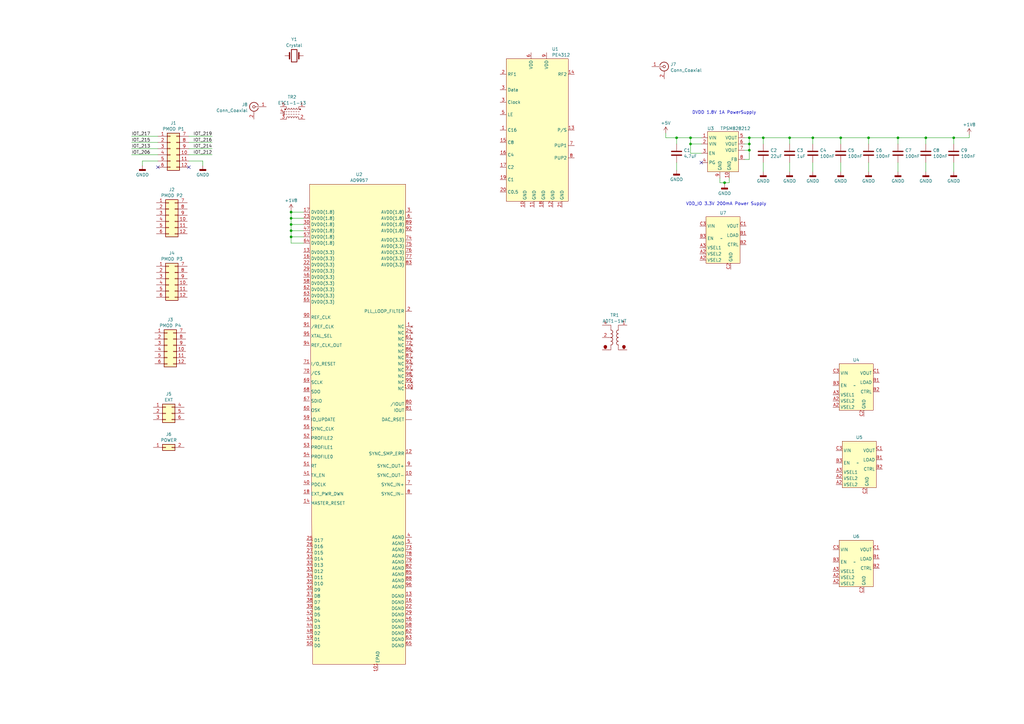
<source format=kicad_sch>
(kicad_sch (version 20230121) (generator eeschema)
  (paper "A3")
  (lib_symbols
    (symbol "Connector:Conn_Coaxial" (pin_names (offset 1.016) hide)
      (property "Reference" "J" (at 0.254 3.048 0))
      (property "Value" "Conn_Coaxial" (at 2.921 0 90))
      (symbol "Conn_Coaxial_0_1"
        (arc (start -1.778 -0.508) (mid 0.2311 -1.8066) (end 1.778 0) (stroke (width 0.254)))
        (polyline (pts (xy -2.54 0) (xy -0.508 0)))
        (polyline (pts (xy 0 -2.54) (xy 0 -1.778)))
        (circle (center 0 0) (radius 0.508) (stroke (width 0.2032)))
        (arc (start 1.778 0) (mid 0.2099 1.8101) (end -1.778 0.508) (stroke (width 0.254)))
      )
      (symbol "Conn_Coaxial_1_1"
        (pin passive line (at -5.08 0 0) (length 2.54) (name "In") (number "1"))
        (pin passive line (at 0 -5.08 90) (length 2.54) (name "Ext") (number "2"))
      )
    )
    (symbol "Connector_Generic:Conn_02x01" (pin_names (offset 1.016) hide)
      (property "Reference" "J" (at 1.27 2.54 0))
      (property "Value" "Conn_02x01" (at 1.27 -2.54 0))
      (symbol "Conn_02x01_1_1"
        (rectangle (start -1.27 0.127) (end 0 -0.127) (stroke (width 0.1524)))
        (rectangle (start -1.27 1.27) (end 3.81 -1.27) (stroke (width 0.254)) (fill (type background)))
        (rectangle (start 3.81 0.127) (end 2.54 -0.127) (stroke (width 0.1524)))
        (pin passive line (at -5.08 0 0) (length 3.81) (name "Pin_1") (number "1"))
        (pin passive line (at 7.62 0 180) (length 3.81) (name "Pin_2") (number "2"))
      )
    )
    (symbol "Connector_Generic:Conn_02x03_Top_Bottom" (pin_names (offset 1.016) hide)
      (property "Reference" "J" (at 1.27 5.08 0))
      (property "Value" "Conn_02x03_Top_Bottom" (at 1.27 -5.08 0))
      (symbol "Conn_02x03_Top_Bottom_1_1"
        (rectangle (start -1.27 -2.413) (end 0 -2.667) (stroke (width 0.1524)))
        (rectangle (start -1.27 0.127) (end 0 -0.127) (stroke (width 0.1524)))
        (rectangle (start -1.27 2.667) (end 0 2.413) (stroke (width 0.1524)))
        (rectangle (start -1.27 3.81) (end 3.81 -3.81) (stroke (width 0.254)) (fill (type background)))
        (rectangle (start 3.81 -2.413) (end 2.54 -2.667) (stroke (width 0.1524)))
        (rectangle (start 3.81 0.127) (end 2.54 -0.127) (stroke (width 0.1524)))
        (rectangle (start 3.81 2.667) (end 2.54 2.413) (stroke (width 0.1524)))
        (pin passive line (at -5.08 2.54 0) (length 3.81) (name "Pin_1") (number "1"))
        (pin passive line (at -5.08 0 0) (length 3.81) (name "Pin_2") (number "2"))
        (pin passive line (at -5.08 -2.54 0) (length 3.81) (name "Pin_3") (number "3"))
        (pin passive line (at 7.62 2.54 180) (length 3.81) (name "Pin_4") (number "4"))
        (pin passive line (at 7.62 0 180) (length 3.81) (name "Pin_5") (number "5"))
        (pin passive line (at 7.62 -2.54 180) (length 3.81) (name "Pin_6") (number "6"))
      )
    )
    (symbol "Connector_Generic:Conn_02x06_Top_Bottom" (pin_names (offset 1.016) hide)
      (property "Reference" "J" (at 1.27 7.62 0))
      (property "Value" "Conn_02x06_Top_Bottom" (at 1.27 -10.16 0))
      (symbol "Conn_02x06_Top_Bottom_1_1"
        (rectangle (start -1.27 -7.493) (end 0 -7.747) (stroke (width 0.1524)))
        (rectangle (start -1.27 -4.953) (end 0 -5.207) (stroke (width 0.1524)))
        (rectangle (start -1.27 -2.413) (end 0 -2.667) (stroke (width 0.1524)))
        (rectangle (start -1.27 0.127) (end 0 -0.127) (stroke (width 0.1524)))
        (rectangle (start -1.27 2.667) (end 0 2.413) (stroke (width 0.1524)))
        (rectangle (start -1.27 5.207) (end 0 4.953) (stroke (width 0.1524)))
        (rectangle (start -1.27 6.35) (end 3.81 -8.89) (stroke (width 0.254)) (fill (type background)))
        (rectangle (start 3.81 -7.493) (end 2.54 -7.747) (stroke (width 0.1524)))
        (rectangle (start 3.81 -4.953) (end 2.54 -5.207) (stroke (width 0.1524)))
        (rectangle (start 3.81 -2.413) (end 2.54 -2.667) (stroke (width 0.1524)))
        (rectangle (start 3.81 0.127) (end 2.54 -0.127) (stroke (width 0.1524)))
        (rectangle (start 3.81 2.667) (end 2.54 2.413) (stroke (width 0.1524)))
        (rectangle (start 3.81 5.207) (end 2.54 4.953) (stroke (width 0.1524)))
        (pin passive line (at -5.08 5.08 0) (length 3.81) (name "Pin_1") (number "1"))
        (pin passive line (at 7.62 -2.54 180) (length 3.81) (name "Pin_10") (number "10"))
        (pin passive line (at 7.62 -5.08 180) (length 3.81) (name "Pin_11") (number "11"))
        (pin passive line (at 7.62 -7.62 180) (length 3.81) (name "Pin_12") (number "12"))
        (pin passive line (at -5.08 2.54 0) (length 3.81) (name "Pin_2") (number "2"))
        (pin passive line (at -5.08 0 0) (length 3.81) (name "Pin_3") (number "3"))
        (pin passive line (at -5.08 -2.54 0) (length 3.81) (name "Pin_4") (number "4"))
        (pin passive line (at -5.08 -5.08 0) (length 3.81) (name "Pin_5") (number "5"))
        (pin passive line (at -5.08 -7.62 0) (length 3.81) (name "Pin_6") (number "6"))
        (pin passive line (at 7.62 5.08 180) (length 3.81) (name "Pin_7") (number "7"))
        (pin passive line (at 7.62 2.54 180) (length 3.81) (name "Pin_8") (number "8"))
        (pin passive line (at 7.62 0 180) (length 3.81) (name "Pin_9") (number "9"))
      )
    )
    (symbol "Device:C" (pin_numbers hide) (pin_names (offset 0.254))
      (property "Reference" "C" (at 0.635 2.54 0))
      (property "Value" "C" (at 0.635 -2.54 0))
      (symbol "C_0_1"
        (polyline (pts (xy -2.032 -0.762) (xy 2.032 -0.762)) (stroke (width 0.508)))
        (polyline (pts (xy -2.032 0.762) (xy 2.032 0.762)) (stroke (width 0.508)))
      )
      (symbol "C_1_1"
        (pin passive line (at 0 3.81 270) (length 2.794) (name "~") (number "1"))
        (pin passive line (at 0 -3.81 90) (length 2.794) (name "~") (number "2"))
      )
    )
    (symbol "Device:Crystal" (pin_numbers hide) (pin_names (offset 1.016) hide)
      (property "Reference" "Y" (at 0 3.81 0))
      (property "Value" "Crystal" (at 0 -3.81 0))
      (symbol "Crystal_0_1"
        (rectangle (start -1.143 2.54) (end 1.143 -2.54) (stroke (width 0.3048)))
        (polyline (pts (xy -2.54 0) (xy -1.905 0)))
        (polyline (pts (xy -1.905 -1.27) (xy -1.905 1.27)) (stroke (width 0.508)))
        (polyline (pts (xy 1.905 -1.27) (xy 1.905 1.27)) (stroke (width 0.508)))
        (polyline (pts (xy 2.54 0) (xy 1.905 0)))
      )
      (symbol "Crystal_1_1"
        (pin passive line (at -3.81 0 0) (length 1.27) (name "1") (number "1"))
        (pin passive line (at 3.81 0 180) (length 1.27) (name "2") (number "2"))
      )
    )
    (symbol "Pi_Tx:AD9957"
      (property "Reference" "U" (at -20.32 101.6 0))
      (property "Value" "AD9957" (at -2.54 -3.81 0))
      (symbol "AD9957_1_1"
        (polyline (pts (xy -22.86 99.06) (xy -21.59 -97.79) (xy 16.51 -97.79) (xy 16.51 99.06) (xy -22.86 99.06)) (fill (type background)))
        (pin input line (at 19.05 2.54 180) (length 2.54) (name "DAC_RSET") (number ""))
        (pin no_connect line (at 19.05 40.64 180) (length 2.54) (name "NC") (number "1"))
        (pin output line (at 19.05 -20.32 180) (length 2.54) (name "SYNC_OUT-") (number "10"))
        (pin no_connect line (at 19.05 15.24 180) (length 2.54) (name "NC") (number "100"))
        (pin input line (at 5.08 -100.33 90) (length 2.54) (name "EPAD") (number "101"))
        (pin output line (at 19.05 -11.43 180) (length 2.54) (name "SYNC_SMP_ERR") (number "12"))
        (pin power_in line (at 19.05 -69.85 180) (length 2.54) (name "DGND") (number "13"))
        (pin power_in line (at -25.4 71.12 0) (length 2.54) (name "DVDD(3.3)") (number "13"))
        (pin input line (at -25.4 -31.75 0) (length 2.54) (name "MASTER_RESET") (number "14"))
        (pin power_in line (at 19.05 -72.39 180) (length 2.54) (name "DGND") (number "16"))
        (pin power_in line (at -25.4 68.58 0) (length 2.54) (name "DVDD(3.3)") (number "16"))
        (pin power_in line (at -25.4 87.63 0) (length 2.54) (name "DVDD(1.8)") (number "17"))
        (pin input line (at -25.4 -27.94 0) (length 2.54) (name "EXT_PWR_DWN") (number "18"))
        (pin passive line (at 19.05 46.99 180) (length 2.54) (name "PLL_LOOP_FILTER") (number "2"))
        (pin power_in line (at 19.05 -74.93 180) (length 2.54) (name "DGND") (number "22"))
        (pin power_in line (at -25.4 66.04 0) (length 2.54) (name "DVDD(3.3)") (number "22"))
        (pin power_in line (at -25.4 85.09 0) (length 2.54) (name "DVDD(1.8)") (number "23"))
        (pin no_connect line (at 19.05 38.1 180) (length 2.54) (name "NC") (number "24"))
        (pin input line (at -24.13 -46.99 0) (length 2.54) (name "D17") (number "25"))
        (pin input line (at -24.13 -49.53 0) (length 2.54) (name "D16") (number "26"))
        (pin input line (at -24.13 -52.07 0) (length 2.54) (name "D15") (number "27"))
        (pin power_in line (at 19.05 -77.47 180) (length 2.54) (name "DGND") (number "29"))
        (pin power_in line (at -25.4 63.5 0) (length 2.54) (name "DVDD(3.3)") (number "29"))
        (pin power_in line (at 19.05 87.63 180) (length 2.54) (name "AVDD(1.8)") (number "3"))
        (pin power_in line (at -25.4 82.55 0) (length 2.54) (name "DVDD(1.8)") (number "30"))
        (pin input line (at -24.13 -54.61 0) (length 2.54) (name "D14") (number "31"))
        (pin input line (at -24.13 -57.15 0) (length 2.54) (name "D13") (number "32"))
        (pin input line (at -24.13 -59.69 0) (length 2.54) (name "D12") (number "33"))
        (pin input line (at -24.13 -62.23 0) (length 2.54) (name "D11") (number "34"))
        (pin input line (at -24.13 -64.77 0) (length 2.54) (name "D10") (number "35"))
        (pin input line (at -24.13 -67.31 0) (length 2.54) (name "D9") (number "36"))
        (pin input line (at -24.13 -69.85 0) (length 2.54) (name "D8") (number "37"))
        (pin input line (at -24.13 -72.39 0) (length 2.54) (name "D7") (number "38"))
        (pin input line (at -24.13 -74.93 0) (length 2.54) (name "D6") (number "39"))
        (pin power_in line (at 19.05 -45.72 180) (length 2.54) (name "AGND") (number "4"))
        (pin output line (at -25.4 -24.13 0) (length 2.54) (name "PDCLK") (number "40"))
        (pin input line (at -25.4 -20.32 0) (length 2.54) (name "TX_EN") (number "41"))
        (pin input line (at -24.13 -77.47 0) (length 2.54) (name "D5") (number "42"))
        (pin input line (at -24.13 -80.01 0) (length 2.54) (name "D4") (number "43"))
        (pin input line (at -24.13 -82.55 0) (length 2.54) (name "D3") (number "44"))
        (pin power_in line (at 19.05 -80.01 180) (length 2.54) (name "DGND") (number "46"))
        (pin power_in line (at -25.4 60.96 0) (length 2.54) (name "DVDD(3.3)") (number "46"))
        (pin power_in line (at -25.4 80.01 0) (length 2.54) (name "DVDD(1.8)") (number "47"))
        (pin input line (at -24.13 -85.09 0) (length 2.54) (name "D2") (number "48"))
        (pin input line (at -24.13 -87.63 0) (length 2.54) (name "D1") (number "49"))
        (pin power_in line (at 19.05 -48.26 180) (length 2.54) (name "AGND") (number "5"))
        (pin input line (at -24.13 -90.17 0) (length 2.54) (name "D0") (number "50"))
        (pin input line (at -25.4 -16.51 0) (length 2.54) (name "RT") (number "51"))
        (pin input line (at -25.4 -5.08 0) (length 2.54) (name "PROFILE2") (number "52"))
        (pin input line (at -25.4 -8.89 0) (length 2.54) (name "PROFILE1") (number "53"))
        (pin input line (at -25.4 -12.7 0) (length 2.54) (name "PROFILE0") (number "54"))
        (pin bidirectional line (at -25.4 -1.27 0) (length 2.54) (name "SYNC_CLK") (number "55"))
        (pin power_in line (at -25.4 77.47 0) (length 2.54) (name "DVDD(1.8)") (number "57"))
        (pin power_in line (at 19.05 -82.55 180) (length 2.54) (name "DGND") (number "58"))
        (pin power_in line (at -25.4 58.42 0) (length 2.54) (name "DVDD(3.3)") (number "58"))
        (pin bidirectional line (at -25.4 2.54 0) (length 2.54) (name "IO_UPDATE") (number "59"))
        (pin power_in line (at 19.05 85.09 180) (length 2.54) (name "AVDD(1.8)") (number "6"))
        (pin input line (at -25.4 6.35 0) (length 2.54) (name "OSK") (number "60"))
        (pin no_connect line (at 19.05 35.56 180) (length 2.54) (name "NC") (number "61"))
        (pin power_in line (at 19.05 -85.09 180) (length 2.54) (name "DGND") (number "62"))
        (pin power_in line (at -25.4 55.88 0) (length 2.54) (name "DVDD(3.3)") (number "62"))
        (pin power_in line (at 19.05 -87.63 180) (length 2.54) (name "DGND") (number "63"))
        (pin power_in line (at -25.4 53.34 0) (length 2.54) (name "DVDD(3.3)") (number "63"))
        (pin power_in line (at -25.4 74.93 0) (length 2.54) (name "DVDD(1.8)") (number "64"))
        (pin power_in line (at 19.05 -90.17 180) (length 2.54) (name "DGND") (number "65"))
        (pin power_in line (at -25.4 50.8 0) (length 2.54) (name "DVDD(3.3)") (number "65"))
        (pin bidirectional line (at -25.4 10.16 0) (length 2.54) (name "SDIO") (number "67"))
        (pin output line (at -25.4 13.97 0) (length 2.54) (name "SDO") (number "68"))
        (pin input line (at -25.4 17.78 0) (length 2.54) (name "SCLK") (number "69"))
        (pin input line (at 19.05 -24.13 180) (length 2.54) (name "SYNC_IN+") (number "7"))
        (pin input line (at -25.4 21.59 0) (length 2.54) (name "/CS") (number "70"))
        (pin input line (at -25.4 25.4 0) (length 2.54) (name "I/O_RESET") (number "71"))
        (pin no_connect line (at 19.05 33.02 180) (length 2.54) (name "NC") (number "72"))
        (pin power_in line (at 19.05 -50.8 180) (length 2.54) (name "AGND") (number "73"))
        (pin power_in line (at 19.05 76.2 180) (length 2.54) (name "AVDD(3.3)") (number "74"))
        (pin power_in line (at 19.05 73.66 180) (length 2.54) (name "AVDD(3,3)") (number "75"))
        (pin power_in line (at 19.05 71.12 180) (length 2.54) (name "AVDD(3.3)") (number "76"))
        (pin power_in line (at 19.05 68.58 180) (length 2.54) (name "AVDD(3.3)") (number "77"))
        (pin power_in line (at 19.05 -53.34 180) (length 2.54) (name "AGND") (number "78"))
        (pin power_in line (at 19.05 -55.88 180) (length 2.54) (name "AGND") (number "79"))
        (pin input line (at 19.05 -27.94 180) (length 2.54) (name "SYNC_IN-") (number "8"))
        (pin output line (at 19.05 8.89 180) (length 2.54) (name "/IOUT") (number "80"))
        (pin output line (at 19.05 6.35 180) (length 2.54) (name "IOUT") (number "81"))
        (pin power_in line (at 19.05 -58.42 180) (length 2.54) (name "AGND") (number "82"))
        (pin power_in line (at 19.05 66.04 180) (length 2.54) (name "AVDD(3.3)") (number "83"))
        (pin power_in line (at 19.05 -60.96 180) (length 2.54) (name "AGND") (number "85"))
        (pin no_connect line (at 19.05 30.48 180) (length 2.54) (name "NC") (number "86"))
        (pin no_connect line (at 19.05 27.94 180) (length 2.54) (name "NC") (number "87"))
        (pin power_in line (at 19.05 -63.5 180) (length 2.54) (name "AGND") (number "88"))
        (pin power_in line (at 19.05 82.55 180) (length 2.54) (name "AVDD(1.8)") (number "89"))
        (pin output line (at 19.05 -16.51 180) (length 2.54) (name "SYNC_OUT+") (number "9"))
        (pin input line (at -25.4 44.45 0) (length 2.54) (name "REF_CLK") (number "90"))
        (pin input line (at -25.4 40.64 0) (length 2.54) (name "/REF_CLK") (number "91"))
        (pin power_in line (at 19.05 80.01 180) (length 2.54) (name "AVDD(1.8)") (number "92"))
        (pin no_connect line (at 19.05 25.4 180) (length 2.54) (name "NC") (number "93"))
        (pin output line (at -25.4 33.02 0) (length 2.54) (name "REF_CLK_OUT") (number "94"))
        (pin input line (at -25.4 36.83 0) (length 2.54) (name "XTAL_SEL") (number "95"))
        (pin power_in line (at 19.05 -66.04 180) (length 2.54) (name "AGND") (number "96"))
        (pin no_connect line (at 19.05 22.86 180) (length 2.54) (name "NC") (number "97"))
        (pin no_connect line (at 19.05 20.32 180) (length 2.54) (name "NC") (number "98"))
        (pin no_connect line (at 19.05 17.78 180) (length 2.54) (name "NC") (number "99"))
      )
    )
    (symbol "Pi_Tx:PE4312"
      (property "Reference" "U" (at -3.81 2.54 0))
      (property "Value" "PE4312" (at 0 0 0))
      (symbol "PE4312_1_1"
        (polyline (pts (xy -12.7 31.75) (xy -12.7 -26.67) (xy 12.7 -26.67) (xy 12.7 31.75) (xy -12.7 31.75)) (fill (type background)))
        (pin input line (at -15.24 2.54 0) (length 2.54) (name "C16") (number "1"))
        (pin power_in line (at -5.08 -29.21 90) (length 2.54) (name "GND") (number "10"))
        (pin power_in line (at -1.27 -29.21 90) (length 2.54) (name "GND") (number "11"))
        (pin power_in line (at 6.35 -29.21 90) (length 2.54) (name "GND") (number "12"))
        (pin input line (at 15.24 2.54 180) (length 2.54) (name "P/S") (number "13"))
        (pin output line (at 15.24 25.4 180) (length 2.54) (name "RF2") (number "14"))
        (pin input line (at -15.24 -2.54 0) (length 2.54) (name "C8") (number "15"))
        (pin input line (at -15.24 -7.62 0) (length 2.54) (name "C4") (number "16"))
        (pin input line (at -15.24 -12.7 0) (length 2.54) (name "C2") (number "17"))
        (pin power_in line (at 2.54 -29.21 90) (length 2.54) (name "GND") (number "18"))
        (pin input line (at -15.24 -17.78 0) (length 2.54) (name "C1") (number "19"))
        (pin input line (at -15.24 25.4 0) (length 2.54) (name "RF1") (number "2"))
        (pin power_in line (at -15.24 -22.86 0) (length 2.54) (name "C0.5") (number "20"))
        (pin power_in line (at 10.16 -29.21 90) (length 2.54) (name "GND") (number "21"))
        (pin input line (at -15.24 13.97 0) (length 2.54) (name "Clock") (number "3"))
        (pin input line (at -15.24 19.05 0) (length 2.54) (name "Data") (number "3"))
        (pin input line (at -15.24 8.89 0) (length 2.54) (name "LE") (number "5"))
        (pin power_in line (at -2.54 34.29 270) (length 2.54) (name "VDD") (number "6"))
        (pin input line (at 15.24 -3.81 180) (length 2.54) (name "PUP1") (number "7"))
        (pin input line (at 15.24 -8.89 180) (length 2.54) (name "PUP2") (number "8"))
        (pin power_in line (at 3.81 34.29 270) (length 2.54) (name "VDD") (number "9"))
      )
    )
    (symbol "Pi_Tx:TPS82740x"
      (property "Reference" "U" (at -5.08 10.16 0))
      (property "Value" "TPS82740x" (at 5.08 10.16 0))
      (symbol "TPS82740x_1_1"
        (polyline (pts (xy -6.35 8.89) (xy -6.35 -10.16) (xy 7.62 -10.16) (xy 7.62 8.89) (xy -6.35 8.89)) (fill (type background)))
        (pin input line (at -8.89 -8.89 0) (length 2.54) (name "VSEL2") (number "A2"))
        (pin input line (at -8.89 -6.35 0) (length 2.54) (name "VSEL2") (number "A2"))
        (pin input line (at -8.89 -3.81 0) (length 2.54) (name "VSEL1") (number "A3"))
        (pin power_out line (at 10.16 1.27 180) (length 2.54) (name "LOAD") (number "B1"))
        (pin input line (at 10.16 -2.54 180) (length 2.54) (name "CTRL") (number "B2"))
        (pin input line (at -8.89 0 0) (length 2.54) (name "EN") (number "B3"))
        (pin power_out line (at 10.16 5.08 180) (length 2.54) (name "VOUT") (number "C1"))
        (pin power_in line (at 3.81 -12.7 90) (length 2.54) (name "GND") (number "C2"))
        (pin power_in line (at -8.89 5.08 0) (length 2.54) (name "VIN") (number "C3"))
      )
    )
    (symbol "Pi_Tx:TPSM828212"
      (property "Reference" "U" (at -5.08 8.89 0))
      (property "Value" "TPSM828212" (at 6.35 8.89 0))
      (symbol "TPSM828212_1_1"
        (polyline (pts (xy -6.35 7.62) (xy -6.35 -8.89) (xy 6.35 -8.89) (xy 6.35 7.62) (xy -6.35 7.62)) (fill (type background)))
        (pin power_in line (at -8.89 5.08 0) (length 2.54) (name "VIN") (number "1"))
        (pin power_in line (at 2.54 -11.43 90) (length 2.54) (name "GND") (number "10"))
        (pin power_in line (at -8.89 2.54 0) (length 2.54) (name "VIN") (number "2"))
        (pin input line (at -8.89 -1.27 0) (length 2.54) (name "EN") (number "3"))
        (pin output line (at -8.89 -5.08 0) (length 2.54) (name "PG") (number "4"))
        (pin power_out line (at 8.89 5.08 180) (length 2.54) (name "VOUT") (number "5"))
        (pin power_out line (at 8.89 2.54 180) (length 2.54) (name "VOUT") (number "6"))
        (pin power_out line (at 8.89 0 180) (length 2.54) (name "VOUT") (number "7"))
        (pin input line (at 8.89 -3.81 180) (length 2.54) (name "FB") (number "8"))
        (pin power_in line (at -1.27 -11.43 90) (length 2.54) (name "GND") (number "9"))
      )
    )
    (symbol "Transformer:ADT1-1WT" (pin_names hide)
      (property "Reference" "TR" (at 0 6.35 0))
      (property "Value" "ADT1-1WT" (at 0 -6.985 0))
      (symbol "ADT1-1WT_0_1"
        (circle (center -3.81 3.81) (radius 0.635) (fill (type outline)))
        (arc (start -1.524 -3.048) (mid -0.7653 -2.286) (end -1.524 -1.524) (stroke (width 0.2032)))
        (arc (start -1.524 -1.524) (mid -0.7653 -0.762) (end -1.524 0) (stroke (width 0.2032)))
        (arc (start -1.524 0) (mid -0.7653 0.762) (end -1.524 1.524) (stroke (width 0.2032)))
        (arc (start -1.524 1.524) (mid -0.7653 2.286) (end -1.524 3.048) (stroke (width 0.2032)))
        (polyline (pts (xy 2.54 0) (xy 1.27 0)) (stroke (width 0.1524)))
        (polyline (pts (xy -2.54 5.08) (xy -1.524 5.08) (xy -1.524 3.048)) (stroke (width 0.1524)))
        (polyline (pts (xy -1.524 -3.048) (xy -1.524 -5.08) (xy -2.54 -5.08)) (stroke (width 0.1524)))
        (polyline (pts (xy 1.524 3.048) (xy 1.524 5.08) (xy 2.54 5.08)) (stroke (width 0.1524)))
        (polyline (pts (xy 2.54 -5.08) (xy 1.524 -5.08) (xy 1.524 -3.048)) (stroke (width 0.1524)))
        (arc (start 1.524 -1.524) (mid 0.7653 -2.286) (end 1.524 -3.048) (stroke (width 0.2032)))
        (arc (start 1.524 0) (mid 0.7653 -0.762) (end 1.524 -1.524) (stroke (width 0.2032)))
        (arc (start 1.524 1.524) (mid 0.7653 0.762) (end 1.524 0) (stroke (width 0.2032)))
        (arc (start 1.524 3.048) (mid 0.7653 2.286) (end 1.524 1.524) (stroke (width 0.2032)))
        (circle (center 3.81 3.81) (radius 0.635) (fill (type outline)))
      )
      (symbol "ADT1-1WT_1_1"
        (pin passive line (at -5.08 -5.08 0) (length 2.54) (name "~") (number "1"))
        (pin passive line (at 5.08 0 180) (length 2.54) (name "~") (number "2"))
        (pin passive line (at -5.08 5.08 0) (length 2.54) (name "~") (number "3"))
        (pin passive line (at 5.08 -5.08 180) (length 2.54) (name "~") (number "4"))
        (pin no_connect line (at -2.54 0 0) (length 2.54) hide (name "~") (number "5"))
        (pin passive line (at 5.08 5.08 180) (length 2.54) (name "~") (number "6"))
      )
    )
    (symbol "Transformer:ETC1-1-13" (pin_names hide)
      (property "Reference" "TR" (at 0 3.81 0))
      (property "Value" "ETC1-1-13" (at 0 -3.81 0))
      (symbol "ETC1-1-13_0_0"
        (polyline (pts (xy 3.81 0.762) (xy 3.81 -0.762)))
        (text "Mounting" (at 3.429 0 900) (effects (font (size 0.254 0.254) bold)))
      )
      (symbol "ETC1-1-13_1_1"
        (circle (center -3.048 1.524) (radius 0.254) (fill (type outline)))
        (arc (start -2.54 2.032) (mid -2.032 1.5262) (end -1.524 2.032))
        (arc (start -1.524 -2.032) (mid -2.032 -1.5262) (end -2.54 -2.032))
        (arc (start -1.524 2.032) (mid -1.016 1.5262) (end -0.508 2.032))
        (arc (start -0.508 -2.032) (mid -1.016 -1.5262) (end -1.524 -2.032))
        (arc (start -0.508 2.032) (mid 0 1.5262) (end 0.508 2.032))
        (polyline (pts (xy -2.794 -0.508) (xy -2.286 -0.508)))
        (polyline (pts (xy -2.794 0.508) (xy -2.286 0.508)))
        (polyline (pts (xy -2.54 -2.032) (xy -2.54 -2.54)))
        (polyline (pts (xy -2.54 2.032) (xy -2.54 2.54)))
        (polyline (pts (xy -1.778 -0.508) (xy -1.27 -0.508)))
        (polyline (pts (xy -1.778 0.508) (xy -1.27 0.508)))
        (polyline (pts (xy -0.762 -0.508) (xy -0.254 -0.508)))
        (polyline (pts (xy -0.762 0.508) (xy -0.254 0.508)))
        (polyline (pts (xy 0.254 -0.508) (xy 0.762 -0.508)))
        (polyline (pts (xy 0.254 0.508) (xy 0.762 0.508)))
        (polyline (pts (xy 1.27 -0.508) (xy 1.778 -0.508)))
        (polyline (pts (xy 1.27 0.508) (xy 1.778 0.508)))
        (polyline (pts (xy 2.286 -0.508) (xy 2.794 -0.508)))
        (polyline (pts (xy 2.286 0.508) (xy 2.794 0.508)))
        (polyline (pts (xy 2.54 -2.032) (xy 2.54 -2.54)))
        (polyline (pts (xy 2.54 2.54) (xy 2.54 2.032)))
        (arc (start 0.508 -2.032) (mid 0 -1.5262) (end -0.508 -2.032))
        (arc (start 0.508 2.032) (mid 1.016 1.5262) (end 1.524 2.032))
        (arc (start 1.524 -2.032) (mid 1.016 -1.5262) (end 0.508 -2.032))
        (arc (start 1.524 2.032) (mid 2.032 1.5262) (end 2.54 2.032))
        (arc (start 2.54 -2.032) (mid 2.032 -1.5262) (end 1.524 -2.032))
        (circle (center 3.048 1.524) (radius 0.254) (fill (type outline)))
        (pin passive line (at -5.08 2.54 0) (length 2.54) (name "~") (number "1"))
        (pin passive line (at -5.08 -2.54 0) (length 2.54) (name "~") (number "2"))
        (pin passive line (at 5.08 -2.54 180) (length 2.54) (name "~") (number "3"))
        (pin passive line (at 5.08 0 180) (length 1.27) (name "MP") (number "4"))
        (pin passive line (at 5.08 2.54 180) (length 2.54) (name "~") (number "5"))
      )
    )
    (symbol "power:+1V8" (power) (pin_names (offset 0))
      (property "Value" "+1V8" (at 0 3.556 0))
      (symbol "+1V8_0_1"
        (polyline (pts (xy -0.762 1.27) (xy 0 2.54)))
        (polyline (pts (xy 0 0) (xy 0 2.54)))
        (polyline (pts (xy 0 2.54) (xy 0.762 1.27)))
      )
      (symbol "+1V8_1_1"
        (pin power_in line (at 0 0 90) (length 0) hide (name "+1V8") (number "1"))
      )
    )
    (symbol "power:+5V" (power) (pin_names (offset 0))
      (property "Value" "+5V" (at 0 3.556 0))
      (symbol "+5V_0_1"
        (polyline (pts (xy -0.762 1.27) (xy 0 2.54)))
        (polyline (pts (xy 0 0) (xy 0 2.54)))
        (polyline (pts (xy 0 2.54) (xy 0.762 1.27)))
      )
      (symbol "+5V_1_1"
        (pin power_in line (at 0 0 90) (length 0) hide (name "+5V") (number "1"))
      )
    )
    (symbol "power:GNDD" (power) (pin_names (offset 0))
      (property "Value" "GNDD" (at 0 -3.175 0))
      (symbol "GNDD_0_1"
        (rectangle (start -1.27 -1.524) (end 1.27 -2.032) (stroke (width 0.254)) (fill (type outline)))
        (polyline (pts (xy 0 0) (xy 0 -1.524)))
      )
      (symbol "GNDD_1_1"
        (pin power_in line (at 0 0 270) (length 0) hide (name "GNDD") (number "1"))
      )
    )
  )
  (junction (at 119.38 86.995))
  (junction (at 333.375 56.515))
  (junction (at 379.73 56.515))
  (junction (at 119.38 89.535))
  (junction (at 307.34 61.595))
  (junction (at 283.21 59.055))
  (junction (at 307.34 59.055))
  (junction (at 323.85 56.515))
  (junction (at 307.34 56.515))
  (junction (at 297.18 74.93))
  (junction (at 119.38 92.075))
  (junction (at 277.495 56.515))
  (junction (at 391.16 56.515))
  (junction (at 344.805 56.515))
  (junction (at 283.21 56.515))
  (junction (at 119.38 94.615))
  (junction (at 368.3 56.515))
  (junction (at 356.235 56.515))
  (junction (at 119.38 97.155))
  (junction (at 313.055 56.515))
  (no_connect (at 287.655 66.675))
  (no_connect (at 77.47 68.58))
  (no_connect (at 64.77 68.58))
  (wire (pts (xy 119.38 92.075) (xy 124.46 92.075)))
  (wire (pts (xy 379.73 56.515) (xy 391.16 56.515)))
  (wire (pts (xy 356.235 56.515) (xy 368.3 56.515)))
  (wire (pts (xy 356.235 66.675) (xy 356.235 70.485)))
  (wire (pts (xy 379.73 59.055) (xy 379.73 56.515)))
  (wire (pts (xy 53.975 60.96) (xy 64.77 60.96)))
  (wire (pts (xy 77.47 60.96) (xy 86.995 60.96)))
  (wire (pts (xy 287.655 59.055) (xy 283.21 59.055)))
  (wire (pts (xy 299.085 74.93) (xy 299.085 73.025)))
  (wire (pts (xy 307.34 56.515) (xy 313.055 56.515)))
  (wire (pts (xy 53.975 58.42) (xy 64.77 58.42)))
  (wire (pts (xy 313.055 66.675) (xy 313.055 70.485)))
  (wire (pts (xy 283.21 56.515) (xy 287.655 56.515)))
  (wire (pts (xy 58.42 66.04) (xy 58.42 67.945)))
  (wire (pts (xy 391.16 66.675) (xy 391.16 70.485)))
  (wire (pts (xy 344.805 56.515) (xy 356.235 56.515)))
  (wire (pts (xy 53.975 55.88) (xy 64.77 55.88)))
  (wire (pts (xy 283.21 62.865) (xy 283.21 59.055)))
  (wire (pts (xy 283.21 59.055) (xy 283.21 56.515)))
  (wire (pts (xy 333.375 56.515) (xy 344.805 56.515)))
  (wire (pts (xy 77.47 55.88) (xy 86.995 55.88)))
  (wire (pts (xy 313.055 56.515) (xy 313.055 59.055)))
  (wire (pts (xy 119.38 89.535) (xy 119.38 86.995)))
  (wire (pts (xy 119.38 97.155) (xy 124.46 97.155)))
  (wire (pts (xy 344.805 56.515) (xy 344.805 59.055)))
  (wire (pts (xy 307.34 65.405) (xy 307.34 61.595)))
  (wire (pts (xy 273.05 54.61) (xy 273.05 56.515)))
  (wire (pts (xy 295.275 73.025) (xy 295.275 74.93)))
  (wire (pts (xy 119.38 97.155) (xy 119.38 94.615)))
  (wire (pts (xy 119.38 86.995) (xy 124.46 86.995)))
  (wire (pts (xy 397.51 55.245) (xy 397.51 56.515)))
  (wire (pts (xy 356.235 56.515) (xy 356.235 59.055)))
  (wire (pts (xy 323.85 56.515) (xy 333.375 56.515)))
  (wire (pts (xy 344.805 66.675) (xy 344.805 70.485)))
  (wire (pts (xy 323.85 66.675) (xy 323.85 70.485)))
  (wire (pts (xy 305.435 56.515) (xy 307.34 56.515)))
  (wire (pts (xy 368.3 66.675) (xy 368.3 70.485)))
  (wire (pts (xy 277.495 56.515) (xy 283.21 56.515)))
  (wire (pts (xy 119.38 89.535) (xy 124.46 89.535)))
  (wire (pts (xy 307.34 59.055) (xy 305.435 59.055)))
  (wire (pts (xy 53.975 63.5) (xy 64.77 63.5)))
  (wire (pts (xy 305.435 65.405) (xy 307.34 65.405)))
  (wire (pts (xy 313.055 56.515) (xy 323.85 56.515)))
  (wire (pts (xy 77.47 66.04) (xy 83.185 66.04)))
  (wire (pts (xy 277.495 66.675) (xy 277.495 69.85)))
  (wire (pts (xy 323.85 56.515) (xy 323.85 59.055)))
  (wire (pts (xy 273.05 56.515) (xy 277.495 56.515)))
  (wire (pts (xy 119.38 94.615) (xy 124.46 94.615)))
  (wire (pts (xy 297.18 74.93) (xy 299.085 74.93)))
  (wire (pts (xy 287.655 62.865) (xy 283.21 62.865)))
  (wire (pts (xy 124.46 99.695) (xy 119.38 99.695)))
  (wire (pts (xy 119.38 94.615) (xy 119.38 92.075)))
  (wire (pts (xy 119.38 86.36) (xy 119.38 86.995)))
  (wire (pts (xy 368.3 56.515) (xy 379.73 56.515)))
  (wire (pts (xy 333.375 56.515) (xy 333.375 59.055)))
  (wire (pts (xy 305.435 61.595) (xy 307.34 61.595)))
  (wire (pts (xy 391.16 56.515) (xy 391.16 59.055)))
  (wire (pts (xy 119.38 92.075) (xy 119.38 89.535)))
  (wire (pts (xy 77.47 58.42) (xy 86.995 58.42)))
  (wire (pts (xy 391.16 56.515) (xy 397.51 56.515)))
  (wire (pts (xy 119.38 97.155) (xy 119.38 99.695)))
  (wire (pts (xy 307.34 56.515) (xy 307.34 59.055)))
  (wire (pts (xy 64.77 66.04) (xy 58.42 66.04)))
  (wire (pts (xy 77.47 63.5) (xy 86.995 63.5)))
  (wire (pts (xy 295.275 74.93) (xy 297.18 74.93)))
  (wire (pts (xy 277.495 56.515) (xy 277.495 59.055)))
  (wire (pts (xy 307.34 61.595) (xy 307.34 59.055)))
  (wire (pts (xy 333.375 66.675) (xy 333.375 70.485)))
  (wire (pts (xy 379.73 66.675) (xy 379.73 70.485)))
  (wire (pts (xy 368.3 56.515) (xy 368.3 59.055)))
  (wire (pts (xy 297.18 74.93) (xy 297.18 75.565)))
  (wire (pts (xy 83.185 66.04) (xy 83.185 67.945)))
  (text "DVDD 1.8V 1A PowerSupply" (at 283.845 46.99 0) (effects (font (size 1.27 1.27)) (justify left bottom)))
  (text "VDD_IO 3.3V 200mA Power Supply" (at 281.305 84.455 0) (effects (font (size 1.27 1.27)) (justify left bottom)))
  (label "IOT_217" (at 53.975 55.88 0))
  (label "IOT_219" (at 86.995 55.88 180))
  (label "IOT_212" (at 86.995 63.5 180))
  (label "IOT_213" (at 53.975 60.96 0))
  (label "IOT_215" (at 53.975 58.42 0))
  (label "IOT_206" (at 53.975 63.5 0))
  (label "IOT_214" (at 86.995 60.96 180))
  (label "IOT_216" (at 86.995 58.42 180))
  (symbol (lib_id "Device:C") (at 344.805 62.865 0) (unit 1)
    (property "Reference" "C5" (at 347.726 61.6529 0) (effects (justify left)))
    (property "Value" "100nF" (at 347.726 64.0771 0) (effects (justify left)))
  )
  (symbol (lib_id "power:GNDD") (at 344.805 70.485 0) (unit 1)
    (property "Reference" "#PWR010" (effects hide))
    (property "Value" "GNDD" (at 344.805 74.2371 0))
  )
  (symbol (lib_id "Transformer:ADT1-1WT") (at 252.095 138.43 180) (unit 1)
    (property "Reference" "TR1" (at 252.095 129.2565 0))
    (property "Value" "ADT1-1WT" (at 252.095 131.6807 0))
    (property "Footprint" "RF_Mini-Circuits:Mini-Circuits_CD542_H2.84mm" (effects hide))
    (property "Datasheet" "https://www.minicircuits.com/pdfs/ADT1-1WT.pdf" (effects hide))
  )
  (symbol (lib_id "power:+1V8") (at 397.51 55.245 0) (unit 1)
    (property "Reference" "#PWR07" (effects hide))
    (property "Value" "+1V8" (at 397.51 51.1119 0))
  )
  (symbol (lib_id "power:+5V") (at 273.05 54.61 0) (unit 1)
    (property "Reference" "#PWR06" (effects hide))
    (property "Value" "+5V" (at 273.05 50.4769 0))
  )
  (symbol (lib_id "Device:C") (at 323.85 62.865 0) (unit 1)
    (property "Reference" "C3" (at 326.771 61.6529 0) (effects (justify left)))
    (property "Value" "1uF" (at 326.771 64.0771 0) (effects (justify left)))
  )
  (symbol (lib_id "Connector:Conn_Coaxial") (at 104.14 43.815 0) (mirror y) (unit 1)
    (property "Reference" "J8" (at 101.5999 42.8961 0) (effects (justify left)))
    (property "Value" "Conn_Coaxial" (at 101.5999 45.3203 0) (effects (justify left)))
    (property "Footprint" "Connector_Coaxial:SMA_Amphenol_132289_EdgeMount" (effects hide))
    (property "Datasheet" " ~" (effects hide))
  )
  (symbol (lib_id "Connector:Conn_Coaxial") (at 272.415 27.305 0) (unit 1)
    (property "Reference" "J7" (at 274.9551 26.3861 0) (effects (justify left)))
    (property "Value" "Conn_Coaxial" (at 274.9551 28.8103 0) (effects (justify left)))
    (property "Footprint" "Connector_Coaxial:SMA_Amphenol_132289_EdgeMount" (effects hide))
    (property "Datasheet" " ~" (effects hide))
  )
  (symbol (lib_id "Device:C") (at 333.375 62.865 0) (unit 1)
    (property "Reference" "C4" (at 336.296 61.6529 0) (effects (justify left)))
    (property "Value" "100nF" (at 336.296 64.0771 0) (effects (justify left)))
  )
  (symbol (lib_id "Device:C") (at 356.235 62.865 0) (unit 1)
    (property "Reference" "C6" (at 359.156 61.6529 0) (effects (justify left)))
    (property "Value" "100nF" (at 359.156 64.0771 0) (effects (justify left)))
  )
  (symbol (lib_id "Device:C") (at 313.055 62.865 0) (unit 1)
    (property "Reference" "C2" (at 315.976 61.6529 0) (effects (justify left)))
    (property "Value" "22uF" (at 315.976 64.0771 0) (effects (justify left)))
  )
  (symbol (lib_id "Transformer:ETC1-1-13") (at 120.015 46.355 0) (mirror y) (unit 1)
    (property "Reference" "TR2" (at 119.761 39.7977 0))
    (property "Value" "ETC1-1-13" (at 119.761 42.2219 0))
    (property "Footprint" "Transformer_SMD:Transformer_MACOM_SM-22" (effects hide))
    (property "Datasheet" "https://cdn.macom.com/datasheets/ETC1-1-13.pdf" (effects hide))
  )
  (symbol (lib_id "power:GNDD") (at 368.3 70.485 0) (unit 1)
    (property "Reference" "#PWR012" (effects hide))
    (property "Value" "GNDD" (at 368.3 74.2371 0))
  )
  (symbol (lib_id "power:GNDD") (at 356.235 70.485 0) (unit 1)
    (property "Reference" "#PWR011" (effects hide))
    (property "Value" "GNDD" (at 356.235 74.2371 0))
  )
  (symbol (lib_id "power:GNDD") (at 323.85 70.485 0) (unit 1)
    (property "Reference" "#PWR08" (effects hide))
    (property "Value" "GNDD" (at 323.85 74.2371 0))
  )
  (symbol (lib_id "Pi_Tx:TPS82740x") (at 350.52 230.505 0) (unit 1)
    (property "Reference" "U6" (at 351.155 220.0219 0))
    (property "Value" "~" (at 350.52 230.505 0))
  )
  (symbol (lib_id "Connector_Generic:Conn_02x06_Top_Bottom") (at 69.215 88.265 0) (unit 1)
    (property "Reference" "J2" (at 70.485 77.7707 0))
    (property "Value" "PMOD P2" (at 70.485 80.1949 0))
    (property "Footprint" "Connector_PinHeader_2.54mm:PinHeader_2x06_P2.54mm_Vertical" (effects hide))
  )
  (symbol (lib_id "power:GNDD") (at 297.18 75.565 0) (unit 1)
    (property "Reference" "#PWR04" (effects hide))
    (property "Value" "GNDD" (at 297.18 79.3171 0))
  )
  (symbol (lib_id "Connector_Generic:Conn_02x06_Top_Bottom") (at 69.215 114.3 0) (unit 1)
    (property "Reference" "J4" (at 70.485 103.8057 0))
    (property "Value" "PMOD P3" (at 70.485 106.2299 0))
    (property "Footprint" "Connector_PinHeader_2.54mm:PinHeader_2x06_P2.54mm_Vertical" (effects hide))
  )
  (symbol (lib_id "Connector_Generic:Conn_02x01") (at 67.945 183.515 0) (unit 1)
    (property "Reference" "J6" (at 69.215 178.1007 0))
    (property "Value" "POWER" (at 69.215 180.5249 0))
    (property "Footprint" "Connector_PinHeader_2.54mm:PinHeader_2x01_P2.54mm_Vertical" (effects hide))
  )
  (symbol (lib_id "Connector_Generic:Conn_02x03_Top_Bottom") (at 67.945 169.545 0) (unit 1)
    (property "Reference" "J5" (at 69.215 161.5907 0))
    (property "Value" "EXT" (at 69.215 164.0149 0))
    (property "Footprint" "Connector_PinHeader_2.54mm:PinHeader_2x03_P2.54mm_Vertical" (effects hide))
  )
  (symbol (lib_id "Pi_Tx:TPS82740x") (at 351.79 189.865 0) (unit 1)
    (property "Reference" "U5" (at 352.425 179.3819 0))
    (property "Value" "~" (at 351.79 189.865 0))
  )
  (symbol (lib_id "Pi_Tx:PE4312") (at 220.345 55.88 0) (unit 1)
    (property "Reference" "U1" (at 226.3491 20.1127 0) (effects (justify left)))
    (property "Value" "PE4312" (at 226.3491 22.5369 0) (effects (justify left)))
    (property "Footprint" "Package_DFN_QFN:QFN-20-1EP_4x4mm_P0.5mm_EP2.5x2.5mm" (effects hide))
  )
  (symbol (lib_id "power:GNDD") (at 277.495 69.85 0) (unit 1)
    (property "Reference" "#PWR03" (effects hide))
    (property "Value" "GNDD" (at 277.495 73.6021 0))
  )
  (symbol (lib_id "power:GNDD") (at 58.42 67.945 0) (unit 1)
    (property "Reference" "#PWR01" (effects hide))
    (property "Value" "GNDD" (at 58.42 71.6971 0))
  )
  (symbol (lib_id "Pi_Tx:TPSM828212") (at 296.545 61.595 0) (unit 1)
    (property "Reference" "U3" (at 291.465 52.705 0))
    (property "Value" "TPSM828212" (at 301.625 52.705 0))
  )
  (symbol (lib_id "power:GNDD") (at 379.73 70.485 0) (unit 1)
    (property "Reference" "#PWR013" (effects hide))
    (property "Value" "GNDD" (at 379.73 74.2371 0))
  )
  (symbol (lib_id "Device:Crystal") (at 120.65 22.86 0) (unit 1)
    (property "Reference" "Y1" (at 120.65 16.1503 0))
    (property "Value" "Crystal" (at 120.65 18.5745 0))
  )
  (symbol (lib_id "Device:C") (at 277.495 62.865 0) (unit 1)
    (property "Reference" "C1" (at 280.416 61.6529 0) (effects (justify left)))
    (property "Value" "4.7uF" (at 280.416 64.0771 0) (effects (justify left)))
  )
  (symbol (lib_id "Device:C") (at 379.73 62.865 0) (unit 1)
    (property "Reference" "C8" (at 382.651 61.6529 0) (effects (justify left)))
    (property "Value" "100nF" (at 382.651 64.0771 0) (effects (justify left)))
  )
  (symbol (lib_id "Pi_Tx:AD9957") (at 149.86 174.625 0) (unit 1)
    (property "Reference" "U2" (at 147.32 71.5477 0))
    (property "Value" "AD9957" (at 147.32 73.9719 0))
    (property "Footprint" "Package_QFP:TQFP-100-1EP_14x14mm_P0.5mm_EP5x5mm_ThermalVias" (effects hide))
  )
  (symbol (lib_id "Connector_Generic:Conn_02x06_Top_Bottom") (at 68.58 141.605 0) (unit 1)
    (property "Reference" "J3" (at 69.85 131.1107 0))
    (property "Value" "PMOD P4" (at 69.85 133.5349 0))
    (property "Footprint" "Connector_PinHeader_2.54mm:PinHeader_2x06_P2.54mm_Vertical" (effects hide))
  )
  (symbol (lib_id "Device:C") (at 368.3 62.865 0) (unit 1)
    (property "Reference" "C7" (at 371.221 61.6529 0) (effects (justify left)))
    (property "Value" "100nF" (at 371.221 64.0771 0) (effects (justify left)))
  )
  (symbol (lib_id "Connector_Generic:Conn_02x06_Top_Bottom") (at 69.85 60.96 0) (unit 1)
    (property "Reference" "J1" (at 71.12 50.4657 0))
    (property "Value" "PMOD P1" (at 71.12 52.8899 0))
    (property "Footprint" "Connector_PinHeader_2.54mm:PinHeader_2x06_P2.54mm_Vertical" (effects hide))
  )
  (symbol (lib_id "power:GNDD") (at 83.185 67.945 0) (unit 1)
    (property "Reference" "#PWR02" (effects hide))
    (property "Value" "GNDD" (at 83.185 71.6971 0))
  )
  (symbol (lib_id "power:GNDD") (at 333.375 70.485 0) (unit 1)
    (property "Reference" "#PWR09" (effects hide))
    (property "Value" "GNDD" (at 333.375 74.2371 0))
  )
  (symbol (lib_id "Device:C") (at 391.16 62.865 0) (unit 1)
    (property "Reference" "C9" (at 394.081 61.6529 0) (effects (justify left)))
    (property "Value" "100nF" (at 394.081 64.0771 0) (effects (justify left)))
  )
  (symbol (lib_id "power:+1V8") (at 119.38 86.36 0) (unit 1)
    (property "Reference" "#PWR015" (effects hide))
    (property "Value" "+1V8" (at 119.38 82.2269 0))
  )
  (symbol (lib_id "Pi_Tx:TPS82740x") (at 350.52 158.115 0) (unit 1)
    (property "Reference" "U4" (at 351.155 147.6319 0))
    (property "Value" "~" (at 350.52 158.115 0))
  )
  (symbol (lib_id "power:GNDD") (at 391.16 70.485 0) (unit 1)
    (property "Reference" "#PWR014" (effects hide))
    (property "Value" "GNDD" (at 391.16 74.2371 0))
  )
  (symbol (lib_id "power:GNDD") (at 313.055 70.485 0) (unit 1)
    (property "Reference" "#PWR05" (effects hide))
    (property "Value" "GNDD" (at 313.055 74.2371 0))
  )
  (symbol (lib_id "Pi_Tx:TPS82740x") (at 295.91 97.79 0) (unit 1)
    (property "Reference" "U7" (at 296.545 87.3069 0))
    (property "Value" "~" (at 295.91 97.79 0))
  )
)
</source>
